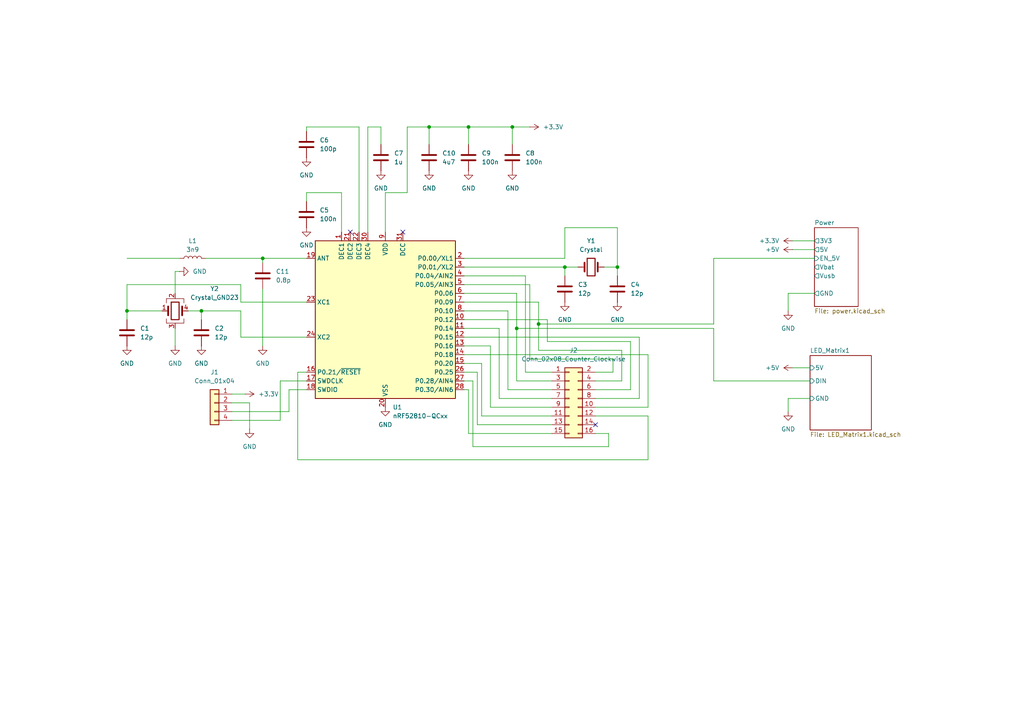
<source format=kicad_sch>
(kicad_sch (version 20250114) (generator "eeschema") (generator_version "9.0")
  (paper "A4")
  (lib_symbols
    (symbol "Conn_02x08_Counter_Clockwise_1" (pin_names (offset 1.016) (hide yes))
      (property "Reference" "J2" (at 1.27 13.97 0))
      (property "Value" "Conn_02x08_Counter_Clockwise" (at 1.27 11.43 0))
      (symbol "Conn_02x08_Counter_Clockwise_1_1_1"
        (rectangle (start -1.27 8.89) (end 3.81 -11.43) (stroke (width 0.254)) (fill (type background)))
        (rectangle (start -1.27 7.747) (end 0 7.493) (stroke (width 0.1524)))
        (rectangle (start -1.27 5.207) (end 0 4.953) (stroke (width 0.1524)))
        (rectangle (start -1.27 2.667) (end 0 2.413) (stroke (width 0.1524)))
        (rectangle (start -1.27 0.127) (end 0 -0.127) (stroke (width 0.1524)))
        (rectangle (start -1.27 -2.413) (end 0 -2.667) (stroke (width 0.1524)))
        (rectangle (start -1.27 -4.953) (end 0 -5.207) (stroke (width 0.1524)))
        (rectangle (start -1.27 -7.493) (end 0 -7.747) (stroke (width 0.1524)))
        (rectangle (start -1.27 -10.033) (end 0 -10.287) (stroke (width 0.1524)))
        (rectangle (start 3.81 7.747) (end 2.54 7.493) (stroke (width 0.1524)))
        (rectangle (start 3.81 5.207) (end 2.54 4.953) (stroke (width 0.1524)))
        (rectangle (start 3.81 2.667) (end 2.54 2.413) (stroke (width 0.1524)))
        (rectangle (start 3.81 0.127) (end 2.54 -0.127) (stroke (width 0.1524)))
        (rectangle (start 3.81 -2.413) (end 2.54 -2.667) (stroke (width 0.1524)))
        (rectangle (start 3.81 -4.953) (end 2.54 -5.207) (stroke (width 0.1524)))
        (rectangle (start 3.81 -7.493) (end 2.54 -7.747) (stroke (width 0.1524)))
        (rectangle (start 3.81 -10.033) (end 2.54 -10.287) (stroke (width 0.1524)))
        (pin passive line (at -5.08 7.62 0) (length 3.81) (name "Pin_1") (number "1"))
        (pin passive line (at -5.08 5.08 0) (length 3.81) (name "Pin_2") (number "3"))
        (pin passive line (at -5.08 2.54 0) (length 3.81) (name "Pin_3") (number "5"))
        (pin passive line (at -5.08 0 0) (length 3.81) (name "Pin_4") (number "7"))
        (pin passive line (at -5.08 -2.54 0) (length 3.81) (name "Pin_5") (number "9"))
        (pin passive line (at -5.08 -5.08 0) (length 3.81) (name "Pin_6") (number "11"))
        (pin passive line (at -5.08 -7.62 0) (length 3.81) (name "Pin_7") (number "13"))
        (pin passive line (at -5.08 -10.16 0) (length 3.81) (name "Pin_8") (number "15"))
        (pin passive line (at 7.62 7.62 180) (length 3.81) (name "Pin_16") (number "2"))
        (pin passive line (at 7.62 5.08 180) (length 3.81) (name "Pin_15") (number "4"))
        (pin passive line (at 7.62 2.54 180) (length 3.81) (name "Pin_14") (number "6"))
        (pin passive line (at 7.62 0 180) (length 3.81) (name "Pin_13") (number "8"))
        (pin passive line (at 7.62 -2.54 180) (length 3.81) (name "Pin_12") (number "10"))
        (pin passive line (at 7.62 -5.08 180) (length 3.81) (name "Pin_11") (number "12"))
        (pin passive line (at 7.62 -7.62 180) (length 3.81) (name "Pin_10") (number "14"))
        (pin passive line (at 7.62 -10.16 180) (length 3.81) (name "16") (number "16"))
      )
    )
    (symbol "Connector_Generic:Conn_01x04" (pin_names (offset 1.016) (hide yes))
      (property "Reference" "J" (at 0 5.08 0))
      (property "Value" "Conn_01x04" (at 0 -7.62 0))
      (symbol "Conn_01x04_1_1"
        (rectangle (start -1.27 3.81) (end 1.27 -6.35) (stroke (width 0.254)) (fill (type background)))
        (rectangle (start -1.27 2.667) (end 0 2.413) (stroke (width 0.1524)))
        (rectangle (start -1.27 0.127) (end 0 -0.127) (stroke (width 0.1524)))
        (rectangle (start -1.27 -2.413) (end 0 -2.667) (stroke (width 0.1524)))
        (rectangle (start -1.27 -4.953) (end 0 -5.207) (stroke (width 0.1524)))
        (pin passive line (at -5.08 2.54 0) (length 3.81) (name "Pin_1") (number "1"))
        (pin passive line (at -5.08 0 0) (length 3.81) (name "Pin_2") (number "2"))
        (pin passive line (at -5.08 -2.54 0) (length 3.81) (name "Pin_3") (number "3"))
        (pin passive line (at -5.08 -5.08 0) (length 3.81) (name "Pin_4") (number "4"))
      )
    )
    (symbol "Device:C" (pin_numbers (hide yes)) (pin_names (offset 0.254))
      (property "Reference" "C" (at 0.635 2.54 0))
      (property "Value" "C" (at 0.635 -2.54 0))
      (symbol "C_0_1"
        (polyline (pts (xy -2.032 0.762) (xy 2.032 0.762)) (stroke (width 0.508)))
        (polyline (pts (xy -2.032 -0.762) (xy 2.032 -0.762)) (stroke (width 0.508)))
      )
      (symbol "C_1_1"
        (pin passive line (at 0 3.81 270) (length 2.794) (name "~") (number "1"))
        (pin passive line (at 0 -3.81 90) (length 2.794) (name "~") (number "2"))
      )
    )
    (symbol "Device:Crystal" (pin_numbers (hide yes)) (pin_names (offset 1.016) (hide yes))
      (property "Reference" "Y" (at 0 3.81 0))
      (property "Value" "Crystal" (at 0 -3.81 0))
      (symbol "Crystal_0_1"
        (polyline (pts (xy -2.54 0) (xy -1.905 0)))
        (polyline (pts (xy -1.905 -1.27) (xy -1.905 1.27)) (stroke (width 0.508)))
        (rectangle (start -1.143 2.54) (end 1.143 -2.54) (stroke (width 0.3048)))
        (polyline (pts (xy 1.905 -1.27) (xy 1.905 1.27)) (stroke (width 0.508)))
        (polyline (pts (xy 2.54 0) (xy 1.905 0)))
      )
      (symbol "Crystal_1_1"
        (pin passive line (at -3.81 0 0) (length 1.27) (name "1") (number "1"))
        (pin passive line (at 3.81 0 180) (length 1.27) (name "2") (number "2"))
      )
    )
    (symbol "Device:Crystal_GND23" (pin_names (offset 1.016) (hide yes))
      (property "Reference" "Y" (at 3.175 5.08 0))
      (property "Value" "Crystal_GND23" (at 3.175 3.175 0))
      (symbol "Crystal_GND23_0_1"
        (polyline (pts (xy -2.54 2.286) (xy -2.54 3.556) (xy 2.54 3.556) (xy 2.54 2.286)))
        (polyline (pts (xy -2.54 0) (xy -2.032 0)))
        (polyline (pts (xy -2.54 -2.286) (xy -2.54 -3.556) (xy 2.54 -3.556) (xy 2.54 -2.286)))
        (polyline (pts (xy -2.032 -1.27) (xy -2.032 1.27)) (stroke (width 0.508)))
        (rectangle (start -1.143 2.54) (end 1.143 -2.54) (stroke (width 0.3048)))
        (polyline (pts (xy 0 3.556) (xy 0 3.81)))
        (polyline (pts (xy 0 -3.81) (xy 0 -3.556)))
        (polyline (pts (xy 2.032 0) (xy 2.54 0)))
        (polyline (pts (xy 2.032 -1.27) (xy 2.032 1.27)) (stroke (width 0.508)))
      )
      (symbol "Crystal_GND23_1_1"
        (pin passive line (at -3.81 0 0) (length 1.27) (name "1") (number "1"))
        (pin passive line (at 0 5.08 270) (length 1.27) (name "2") (number "2"))
        (pin passive line (at 0 -5.08 90) (length 1.27) (name "3") (number "3"))
        (pin passive line (at 3.81 0 180) (length 1.27) (name "4") (number "4"))
      )
    )
    (symbol "Device:L" (pin_numbers (hide yes)) (pin_names (offset 1.016) (hide yes))
      (property "Reference" "L" (at -1.27 0 90))
      (property "Value" "L" (at 1.905 0 90))
      (symbol "L_0_1"
        (arc (start 0 2.54) (mid 0.6323 1.905) (end 0 1.27))
        (arc (start 0 1.27) (mid 0.6323 0.635) (end 0 0))
        (arc (start 0 0) (mid 0.6323 -0.635) (end 0 -1.27))
        (arc (start 0 -1.27) (mid 0.6323 -1.905) (end 0 -2.54))
      )
      (symbol "L_1_1"
        (pin passive line (at 0 3.81 270) (length 1.27) (name "1") (number "1"))
        (pin passive line (at 0 -3.81 90) (length 1.27) (name "2") (number "2"))
      )
    )
    (symbol "MCU_Nordic:nRF52810-QCxx"
      (property "Reference" "U" (at 0 1.27 0))
      (property "Value" "nRF52810-QCxx" (at 0 -1.27 0))
      (symbol "nRF52810-QCxx_0_1"
        (rectangle (start -20.32 22.86) (end 20.32 -22.86) (stroke (width 0.254)) (fill (type background)))
      )
      (symbol "nRF52810-QCxx_1_1"
        (pin passive line (at -22.86 17.78 0) (length 2.54) (name "ANT") (number "19"))
        (pin input line (at -22.86 5.08 0) (length 2.54) (name "XC1") (number "23"))
        (pin input line (at -22.86 -5.08 0) (length 2.54) (name "XC2") (number "24"))
        (pin bidirectional line (at -22.86 -15.24 0) (length 2.54) (name "P0.21/~{RESET}") (number "16"))
        (pin input line (at -22.86 -17.78 0) (length 2.54) (name "SWDCLK") (number "17"))
        (pin bidirectional line (at -22.86 -20.32 0) (length 2.54) (name "SWDIO") (number "18"))
        (pin passive line (at -12.7 25.4 270) (length 2.54) (name "DEC1") (number "1"))
        (pin passive line (at -10.16 25.4 270) (length 2.54) (name "DEC2") (number "21"))
        (pin passive line (at -7.62 25.4 270) (length 2.54) (name "DEC3") (number "22"))
        (pin passive line (at -5.08 25.4 270) (length 2.54) (name "DEC4") (number "30"))
        (pin passive line (at 0 25.4 270) (length 2.54) (hide yes) (name "VDD") (number "25"))
        (pin passive line (at 0 25.4 270) (length 2.54) (hide yes) (name "VDD") (number "32"))
        (pin power_in line (at 0 25.4 270) (length 2.54) (name "VDD") (number "9"))
        (pin power_in line (at 0 -25.4 90) (length 2.54) (name "VSS") (number "20"))
        (pin passive line (at 0 -25.4 90) (length 2.54) (hide yes) (name "VSS") (number "29"))
        (pin passive line (at 0 -25.4 90) (length 2.54) (hide yes) (name "VSS") (number "33"))
        (pin power_out line (at 5.08 25.4 270) (length 2.54) (name "DCC") (number "31"))
        (pin bidirectional line (at 22.86 17.78 180) (length 2.54) (name "P0.00/XL1") (number "2"))
        (pin bidirectional line (at 22.86 15.24 180) (length 2.54) (name "P0.01/XL2") (number "3"))
        (pin bidirectional line (at 22.86 12.7 180) (length 2.54) (name "P0.04/AIN2") (number "4"))
        (pin bidirectional line (at 22.86 10.16 180) (length 2.54) (name "P0.05/AIN3") (number "5"))
        (pin bidirectional line (at 22.86 7.62 180) (length 2.54) (name "P0.06") (number "6"))
        (pin bidirectional line (at 22.86 5.08 180) (length 2.54) (name "P0.09") (number "7"))
        (pin bidirectional line (at 22.86 2.54 180) (length 2.54) (name "P0.10") (number "8"))
        (pin bidirectional line (at 22.86 0 180) (length 2.54) (name "P0.12") (number "10"))
        (pin bidirectional line (at 22.86 -2.54 180) (length 2.54) (name "P0.14") (number "11"))
        (pin bidirectional line (at 22.86 -5.08 180) (length 2.54) (name "P0.15") (number "12"))
        (pin bidirectional line (at 22.86 -7.62 180) (length 2.54) (name "P0.16") (number "13"))
        (pin bidirectional line (at 22.86 -10.16 180) (length 2.54) (name "P0.18") (number "14"))
        (pin bidirectional line (at 22.86 -12.7 180) (length 2.54) (name "P0.20") (number "15"))
        (pin bidirectional line (at 22.86 -15.24 180) (length 2.54) (name "P0.25") (number "26"))
        (pin bidirectional line (at 22.86 -17.78 180) (length 2.54) (name "P0.28/AIN4") (number "27"))
        (pin bidirectional line (at 22.86 -20.32 180) (length 2.54) (name "P0.30/AIN6") (number "28"))
      )
    )
    (symbol "power:+3.3V" (power) (pin_numbers (hide yes)) (pin_names (offset 0) (hide yes))
      (property "Value" "+3.3V" (at 0 3.556 0))
      (symbol "+3.3V_0_1"
        (polyline (pts (xy -0.762 1.27) (xy 0 2.54)))
        (polyline (pts (xy 0 2.54) (xy 0.762 1.27)))
        (polyline (pts (xy 0 0) (xy 0 2.54)))
      )
      (symbol "+3.3V_1_1"
        (pin power_in line (at 0 0 90) (length 0) (name "~") (number "1"))
      )
    )
    (symbol "power:GND" (power) (pin_numbers (hide yes)) (pin_names (offset 0) (hide yes))
      (property "Value" "GND" (at 0 -3.81 0))
      (symbol "GND_0_1"
        (polyline (pts (xy 0 0) (xy 0 -1.27) (xy 1.27 -1.27) (xy 0 -2.54) (xy -1.27 -1.27) (xy 0 -1.27)))
      )
      (symbol "GND_1_1"
        (pin power_in line (at 0 0 270) (length 0) (name "~") (number "1"))
      )
    )
  )
  (junction (at 179.07 77.47))
  (junction (at 135.89 36.83))
  (junction (at 76.2 74.93))
  (junction (at 156.21 93.98))
  (junction (at 58.42 90.17))
  (junction (at 124.46 36.83))
  (junction (at 149.86 95.25))
  (junction (at 36.83 90.17))
  (junction (at 163.83 77.47))
  (junction (at 148.59 36.83))
  (no_connect (at 116.84 67.31))
  (no_connect (at 101.6 67.31))
  (no_connect (at 172.72 123.19))
  (wire (pts (xy 187.96 133.35) (xy 187.96 120.65)))
  (wire (pts (xy 110.49 41.91) (xy 110.49 36.83)))
  (wire (pts (xy 36.83 74.93) (xy 52.07 74.93)))
  (wire (pts (xy 148.59 36.83) (xy 148.59 41.91)))
  (wire (pts (xy 153.67 104.14) (xy 153.67 82.55)))
  (wire (pts (xy 118.11 55.88) (xy 118.11 36.83)))
  (wire (pts (xy 149.86 85.09) (xy 149.86 95.25)))
  (wire (pts (xy 99.06 55.88) (xy 88.9 55.88)))
  (wire (pts (xy 144.78 95.25) (xy 134.62 95.25)))
  (wire (pts (xy 111.76 67.31) (xy 111.76 55.88)))
  (wire (pts (xy 71.12 114.3) (xy 67.31 114.3)))
  (wire (pts (xy 88.9 36.83) (xy 104.14 36.83)))
  (wire (pts (xy 187.96 102.87) (xy 187.96 118.11)))
  (wire (pts (xy 158.75 99.06) (xy 182.88 99.06)))
  (wire (pts (xy 134.62 110.49) (xy 137.16 110.49)))
  (wire (pts (xy 185.42 97.79) (xy 185.42 115.57)))
  (wire (pts (xy 134.62 80.01) (xy 152.4 80.01)))
  (wire (pts (xy 83.82 113.03) (xy 83.82 119.38)))
  (wire (pts (xy 207.01 110.49) (xy 234.95 110.49)))
  (wire (pts (xy 163.83 77.47) (xy 163.83 80.01)))
  (wire (pts (xy 36.83 90.17) (xy 36.83 92.71)))
  (wire (pts (xy 138.43 123.19) (xy 160.02 123.19)))
  (wire (pts (xy 176.53 129.54) (xy 176.53 125.73)))
  (wire (pts (xy 207.01 93.98) (xy 207.01 74.93)))
  (wire (pts (xy 156.21 101.6) (xy 180.34 101.6)))
  (wire (pts (xy 52.07 78.74) (xy 50.8 78.74)))
  (wire (pts (xy 229.87 72.39) (xy 236.22 72.39)))
  (wire (pts (xy 88.9 113.03) (xy 83.82 113.03)))
  (wire (pts (xy 69.85 97.79) (xy 69.85 90.17)))
  (wire (pts (xy 88.9 107.95) (xy 86.36 107.95)))
  (wire (pts (xy 139.7 120.65) (xy 139.7 105.41)))
  (wire (pts (xy 88.9 97.79) (xy 69.85 97.79)))
  (wire (pts (xy 58.42 90.17) (xy 69.85 90.17)))
  (wire (pts (xy 228.6 85.09) (xy 236.22 85.09)))
  (wire (pts (xy 67.31 121.92) (xy 81.28 121.92)))
  (wire (pts (xy 135.89 113.03) (xy 134.62 113.03)))
  (wire (pts (xy 160.02 115.57) (xy 144.78 115.57)))
  (wire (pts (xy 172.72 118.11) (xy 187.96 118.11)))
  (wire (pts (xy 83.82 119.38) (xy 67.31 119.38)))
  (wire (pts (xy 163.83 74.93) (xy 163.83 66.04)))
  (wire (pts (xy 88.9 55.88) (xy 88.9 58.42)))
  (wire (pts (xy 153.67 82.55) (xy 134.62 82.55)))
  (wire (pts (xy 76.2 83.82) (xy 76.2 100.33)))
  (wire (pts (xy 137.16 129.54) (xy 176.53 129.54)))
  (wire (pts (xy 179.07 77.47) (xy 175.26 77.47)))
  (wire (pts (xy 163.83 66.04) (xy 179.07 66.04)))
  (wire (pts (xy 88.9 87.63) (xy 69.85 87.63)))
  (wire (pts (xy 228.6 115.57) (xy 234.95 115.57)))
  (wire (pts (xy 185.42 115.57) (xy 172.72 115.57)))
  (wire (pts (xy 69.85 82.55) (xy 36.83 82.55)))
  (wire (pts (xy 156.21 87.63) (xy 156.21 93.98)))
  (wire (pts (xy 187.96 120.65) (xy 172.72 120.65)))
  (wire (pts (xy 142.24 118.11) (xy 142.24 100.33)))
  (wire (pts (xy 148.59 36.83) (xy 153.67 36.83)))
  (wire (pts (xy 76.2 74.93) (xy 88.9 74.93)))
  (wire (pts (xy 180.34 110.49) (xy 172.72 110.49)))
  (wire (pts (xy 134.62 92.71) (xy 158.75 92.71)))
  (wire (pts (xy 135.89 36.83) (xy 148.59 36.83)))
  (wire (pts (xy 134.62 107.95) (xy 138.43 107.95)))
  (wire (pts (xy 182.88 113.03) (xy 172.72 113.03)))
  (wire (pts (xy 144.78 115.57) (xy 144.78 95.25)))
  (wire (pts (xy 86.36 107.95) (xy 86.36 133.35)))
  (wire (pts (xy 207.01 95.25) (xy 207.01 110.49)))
  (wire (pts (xy 99.06 67.31) (xy 99.06 55.88)))
  (wire (pts (xy 177.8 104.14) (xy 153.67 104.14)))
  (wire (pts (xy 88.9 38.1) (xy 88.9 36.83)))
  (wire (pts (xy 137.16 110.49) (xy 137.16 129.54)))
  (wire (pts (xy 134.62 77.47) (xy 163.83 77.47)))
  (wire (pts (xy 58.42 90.17) (xy 58.42 92.71)))
  (wire (pts (xy 139.7 105.41) (xy 134.62 105.41)))
  (wire (pts (xy 179.07 66.04) (xy 179.07 77.47)))
  (wire (pts (xy 135.89 36.83) (xy 135.89 41.91)))
  (wire (pts (xy 134.62 74.93) (xy 163.83 74.93)))
  (wire (pts (xy 81.28 121.92) (xy 81.28 110.49)))
  (wire (pts (xy 177.8 107.95) (xy 177.8 104.14)))
  (wire (pts (xy 81.28 110.49) (xy 88.9 110.49)))
  (wire (pts (xy 149.86 95.25) (xy 207.01 95.25)))
  (wire (pts (xy 69.85 87.63) (xy 69.85 82.55)))
  (wire (pts (xy 158.75 92.71) (xy 158.75 99.06)))
  (wire (pts (xy 124.46 36.83) (xy 135.89 36.83)))
  (wire (pts (xy 135.89 125.73) (xy 135.89 113.03)))
  (wire (pts (xy 229.87 69.85) (xy 236.22 69.85)))
  (wire (pts (xy 36.83 90.17) (xy 46.99 90.17)))
  (wire (pts (xy 182.88 99.06) (xy 182.88 113.03)))
  (wire (pts (xy 228.6 119.38) (xy 228.6 115.57)))
  (wire (pts (xy 110.49 36.83) (xy 106.68 36.83)))
  (wire (pts (xy 152.4 80.01) (xy 152.4 107.95)))
  (wire (pts (xy 149.86 110.49) (xy 160.02 110.49)))
  (wire (pts (xy 106.68 36.83) (xy 106.68 67.31)))
  (wire (pts (xy 147.32 113.03) (xy 160.02 113.03)))
  (wire (pts (xy 118.11 36.83) (xy 124.46 36.83)))
  (wire (pts (xy 104.14 36.83) (xy 104.14 67.31)))
  (wire (pts (xy 156.21 93.98) (xy 207.01 93.98)))
  (wire (pts (xy 134.62 102.87) (xy 187.96 102.87)))
  (wire (pts (xy 172.72 125.73) (xy 176.53 125.73)))
  (wire (pts (xy 76.2 74.93) (xy 76.2 76.2)))
  (wire (pts (xy 86.36 133.35) (xy 187.96 133.35)))
  (wire (pts (xy 207.01 74.93) (xy 236.22 74.93)))
  (wire (pts (xy 229.87 106.68) (xy 234.95 106.68)))
  (wire (pts (xy 149.86 95.25) (xy 149.86 110.49)))
  (wire (pts (xy 179.07 80.01) (xy 179.07 77.47)))
  (wire (pts (xy 50.8 78.74) (xy 50.8 85.09)))
  (wire (pts (xy 134.62 87.63) (xy 156.21 87.63)))
  (wire (pts (xy 163.83 77.47) (xy 167.64 77.47)))
  (wire (pts (xy 172.72 107.95) (xy 177.8 107.95)))
  (wire (pts (xy 180.34 101.6) (xy 180.34 110.49)))
  (wire (pts (xy 59.69 74.93) (xy 76.2 74.93)))
  (wire (pts (xy 50.8 95.25) (xy 50.8 100.33)))
  (wire (pts (xy 111.76 55.88) (xy 118.11 55.88)))
  (wire (pts (xy 72.39 116.84) (xy 67.31 116.84)))
  (wire (pts (xy 160.02 125.73) (xy 135.89 125.73)))
  (wire (pts (xy 134.62 90.17) (xy 147.32 90.17)))
  (wire (pts (xy 142.24 100.33) (xy 134.62 100.33)))
  (wire (pts (xy 160.02 120.65) (xy 139.7 120.65)))
  (wire (pts (xy 138.43 107.95) (xy 138.43 123.19)))
  (wire (pts (xy 124.46 36.83) (xy 124.46 41.91)))
  (wire (pts (xy 54.61 90.17) (xy 58.42 90.17)))
  (wire (pts (xy 160.02 118.11) (xy 142.24 118.11)))
  (wire (pts (xy 152.4 107.95) (xy 160.02 107.95)))
  (wire (pts (xy 156.21 93.98) (xy 156.21 101.6)))
  (wire (pts (xy 134.62 85.09) (xy 149.86 85.09)))
  (wire (pts (xy 36.83 82.55) (xy 36.83 90.17)))
  (wire (pts (xy 228.6 90.17) (xy 228.6 85.09)))
  (wire (pts (xy 147.32 90.17) (xy 147.32 113.03)))
  (wire (pts (xy 72.39 124.46) (xy 72.39 116.84)))
  (wire (pts (xy 134.62 97.79) (xy 185.42 97.79)))
  (symbol (lib_id "power:+3.3V") (at 229.87 72.39 90) (unit 1)
    (property "Reference" "#PWR0387" (effects (hide yes)))
    (property "Value" "+5V" (at 226.06 72.3899 90) (effects (justify left)))
    (property "Description" "Power symbol creates a global label with name \"+3.3V\"" (effects (hide yes)))
  )
  (symbol (lib_id "power:GND") (at 72.39 124.46 0) (unit 1)
    (property "Reference" "#PWR0351" (effects (hide yes)))
    (property "Value" "GND" (at 72.39 129.54 0))
    (property "Description" "Power symbol creates a global label with name \"GND\" , ground" (effects (hide yes)))
  )
  (symbol (lib_id "power:+3.3V") (at 153.67 36.83 270) (unit 1)
    (property "Reference" "#PWR0352" (effects (hide yes)))
    (property "Value" "+3.3V" (at 157.48 36.8299 90) (effects (justify left)))
    (property "Description" "Power symbol creates a global label with name \"+3.3V\"" (effects (hide yes)))
  )
  (symbol (lib_id "power:GND") (at 58.42 100.33 0) (unit 1)
    (property "Reference" "#PWR0340" (effects (hide yes)))
    (property "Value" "GND" (at 58.42 105.41 0))
    (property "Description" "Power symbol creates a global label with name \"GND\" , ground" (effects (hide yes)))
  )
  (symbol (lib_id "power:GND") (at 52.07 78.74 90) (unit 1)
    (property "Reference" "#PWR0356" (effects (hide yes)))
    (property "Value" "GND" (at 55.88 78.7399 90) (effects (justify right)))
    (property "Description" "Power symbol creates a global label with name \"GND\" , ground" (effects (hide yes)))
  )
  (symbol (lib_id "Device:Crystal") (at 171.45 77.47 0) (unit 1)
    (property "Reference" "Y1" (at 171.45 69.85 0))
    (property "Value" "Crystal" (at 171.45 72.39 0))
    (property "Footprint" "Crystal:Crystal_SMD_3215-2Pin_3.2x1.5mm" (effects (hide yes)))
    (property "Description" "Two pin crystal" (effects (hide yes)))
    (property "LCSC" "C97606" (effects (hide yes)))
  )
  (symbol (lib_id "Device:C") (at 110.49 45.72 0) (unit 1)
    (property "Reference" "C7" (at 114.3 44.4499 0) (effects (justify left)))
    (property "Value" "1u" (at 114.3 46.9899 0) (effects (justify left)))
    (property "Footprint" "Capacitor_SMD:C_0402_1005Metric" (effects (hide yes)))
    (property "Description" "Unpolarized capacitor" (effects (hide yes)))
    (property "LCSC" "C14445" (effects (hide yes)))
  )
  (symbol (lib_id "Device:C") (at 36.83 96.52 0) (unit 1)
    (property "Reference" "C1" (at 40.64 95.2499 0) (effects (justify left)))
    (property "Value" "12p" (at 40.64 97.7899 0) (effects (justify left)))
    (property "Footprint" "Capacitor_SMD:C_0402_1005Metric" (effects (hide yes)))
    (property "Description" "Unpolarized capacitor" (effects (hide yes)))
    (property "LCSC" "C76948" (effects (hide yes)))
  )
  (symbol (lib_id "power:GND") (at 124.46 49.53 0) (unit 1)
    (property "Reference" "#PWR0345" (effects (hide yes)))
    (property "Value" "GND" (at 124.46 54.61 0))
    (property "Description" "Power symbol creates a global label with name \"GND\" , ground" (effects (hide yes)))
  )
  (symbol (lib_id "Device:C") (at 135.89 45.72 0) (unit 1)
    (property "Reference" "C9" (at 139.7 44.4499 0) (effects (justify left)))
    (property "Value" "100n" (at 139.7 46.9899 0) (effects (justify left)))
    (property "Footprint" "Capacitor_SMD:C_0402_1005Metric" (effects (hide yes)))
    (property "Description" "Unpolarized capacitor" (effects (hide yes)))
    (property "LCSC" "C1525" (effects (hide yes)))
  )
  (symbol (lib_id "power:GND") (at 135.89 49.53 0) (unit 1)
    (property "Reference" "#PWR0346" (effects (hide yes)))
    (property "Value" "GND" (at 135.89 54.61 0))
    (property "Description" "Power symbol creates a global label with name \"GND\" , ground" (effects (hide yes)))
  )
  (symbol (lib_id "power:GND") (at 76.2 100.33 0) (unit 1)
    (property "Reference" "#PWR0349" (effects (hide yes)))
    (property "Value" "GND" (at 76.2 105.41 0))
    (property "Description" "Power symbol creates a global label with name \"GND\" , ground" (effects (hide yes)))
  )
  (symbol (lib_id "power:+3.3V") (at 229.87 106.68 90) (unit 1)
    (property "Reference" "#PWR0388" (effects (hide yes)))
    (property "Value" "+5V" (at 226.06 106.6799 90) (effects (justify left)))
    (property "Description" "Power symbol creates a global label with name \"+3.3V\"" (effects (hide yes)))
  )
  (symbol (lib_id "power:GND") (at 111.76 118.11 0) (unit 1)
    (property "Reference" "#PWR0341" (effects (hide yes)))
    (property "Value" "GND" (at 111.76 123.19 0))
    (property "Description" "Power symbol creates a global label with name \"GND\" , ground" (effects (hide yes)))
  )
  (symbol (lib_id "Device:C") (at 163.83 83.82 0) (unit 1)
    (property "Reference" "C3" (at 167.64 82.5499 0) (effects (justify left)))
    (property "Value" "12p" (at 167.64 85.0899 0) (effects (justify left)))
    (property "Footprint" "Capacitor_SMD:C_0402_1005Metric" (effects (hide yes)))
    (property "Description" "Unpolarized capacitor" (effects (hide yes)))
    (property "LCSC" "C76948" (effects (hide yes)))
  )
  (symbol (lib_id "power:GND") (at 50.8 100.33 0) (unit 1)
    (property "Reference" "#PWR0350" (effects (hide yes)))
    (property "Value" "GND" (at 50.8 105.41 0))
    (property "Description" "Power symbol creates a global label with name \"GND\" , ground" (effects (hide yes)))
  )
  (symbol (lib_id "MCU_Nordic:nRF52810-QCxx") (at 111.76 92.71 0) (unit 1)
    (property "Reference" "U1" (at 113.9033 118.11 0) (effects (justify left)))
    (property "Value" "nRF52810-QCxx" (at 113.9033 120.65 0) (effects (justify left)))
    (property "Footprint" "Package_DFN_QFN:QFN-32-1EP_5x5mm_P0.5mm_EP3.6x3.6mm" (effects (hide yes)))
    (property "Datasheet" "http://infocenter.nordicsemi.com/pdf/nRF52810_PS_v1.1.pdf" (effects (hide yes)))
    (property "Description" "Multiprotocol BLE/2.4GHz Cortex-M4 SoC, QFN-32" (effects (hide yes)))
    (property "LCSC" "C519278" (effects (hide yes)))
  )
  (symbol (lib_id "Device:C") (at 88.9 62.23 0) (unit 1)
    (property "Reference" "C5" (at 92.71 60.9599 0) (effects (justify left)))
    (property "Value" "100n" (at 92.71 63.4999 0) (effects (justify left)))
    (property "Footprint" "Capacitor_SMD:C_0402_1005Metric" (effects (hide yes)))
    (property "Description" "Unpolarized capacitor" (effects (hide yes)))
    (property "LCSC" "C1525" (effects (hide yes)))
  )
  (symbol (lib_id "power:+3.3V") (at 71.12 114.3 270) (unit 1)
    (property "Reference" "#PWR0353" (effects (hide yes)))
    (property "Value" "+3.3V" (at 74.93 114.2999 90) (effects (justify left)))
    (property "Description" "Power symbol creates a global label with name \"+3.3V\"" (effects (hide yes)))
  )
  (symbol (lib_id "power:GND") (at 228.6 119.38 0) (unit 1)
    (property "Reference" "#PWR0342" (effects (hide yes)))
    (property "Value" "GND" (at 228.6 124.46 0))
    (property "Description" "Power symbol creates a global label with name \"GND\" , ground" (effects (hide yes)))
  )
  (symbol (lib_id "power:GND") (at 36.83 100.33 0) (unit 1)
    (property "Reference" "#PWR0339" (effects (hide yes)))
    (property "Value" "GND" (at 36.83 105.41 0))
    (property "Description" "Power symbol creates a global label with name \"GND\" , ground" (effects (hide yes)))
  )
  (symbol (lib_id "power:GND") (at 228.6 90.17 0) (unit 1)
    (property "Reference" "#PWR0385" (effects (hide yes)))
    (property "Value" "GND" (at 228.6 95.25 0))
    (property "Description" "Power symbol creates a global label with name \"GND\" , ground" (effects (hide yes)))
  )
  (symbol (lib_name "Conn_02x08_Counter_Clockwise_1") (lib_id "Connector_Generic:Conn_02x08_Counter_Clockwise") (at 165.1 115.57 0) (unit 1)
    (property "Reference" "J2" (at 166.37 101.6 0))
    (property "Value" "Conn_02x08_Counter_Clockwise" (at 166.37 104.14 0))
    (property "Footprint" "Connector_PinHeader_2.54mm:PinHeader_2x08_P2.54mm_Vertical" (effects (hide yes)))
    (property "Description" "Generic connector, double row, 02x08, counter clockwise pin numbering scheme (similar to DIP package numbering), script generated (kicad-library-utils/schlib/autogen/connector/)" (effects (hide yes)))
  )
  (symbol (lib_id "power:GND") (at 148.59 49.53 0) (unit 1)
    (property "Reference" "#PWR0347" (effects (hide yes)))
    (property "Value" "GND" (at 148.59 54.61 0))
    (property "Description" "Power symbol creates a global label with name \"GND\" , ground" (effects (hide yes)))
  )
  (symbol (lib_id "power:GND") (at 110.49 49.53 0) (unit 1)
    (property "Reference" "#PWR0344" (effects (hide yes)))
    (property "Value" "GND" (at 110.49 54.61 0))
    (property "Description" "Power symbol creates a global label with name \"GND\" , ground" (effects (hide yes)))
  )
  (symbol (lib_id "power:GND") (at 88.9 66.04 0) (unit 1)
    (property "Reference" "#PWR0343" (effects (hide yes)))
    (property "Value" "GND" (at 88.9 71.12 0))
    (property "Description" "Power symbol creates a global label with name \"GND\" , ground" (effects (hide yes)))
  )
  (symbol (lib_id "Device:C") (at 76.2 80.01 0) (unit 1)
    (property "Reference" "C11" (at 80.01 78.7399 0) (effects (justify left)))
    (property "Value" "0.8p" (at 80.01 81.2799 0) (effects (justify left)))
    (property "Footprint" "Capacitor_SMD:C_0402_1005Metric" (effects (hide yes)))
    (property "Description" "Unpolarized capacitor" (effects (hide yes)))
    (property "LCSC" "C327032" (effects (hide yes)))
  )
  (symbol (lib_id "power:+3.3V") (at 229.87 69.85 90) (unit 1)
    (property "Reference" "#PWR0386" (effects (hide yes)))
    (property "Value" "+3.3V" (at 226.06 69.8499 90) (effects (justify left)))
    (property "Description" "Power symbol creates a global label with name \"+3.3V\"" (effects (hide yes)))
  )
  (symbol (lib_id "Device:C") (at 58.42 96.52 0) (unit 1)
    (property "Reference" "C2" (at 62.23 95.2499 0) (effects (justify left)))
    (property "Value" "12p" (at 62.23 97.7899 0) (effects (justify left)))
    (property "Footprint" "Capacitor_SMD:C_0402_1005Metric" (effects (hide yes)))
    (property "Description" "Unpolarized capacitor" (effects (hide yes)))
    (property "LCSC" "C76948" (effects (hide yes)))
  )
  (symbol (lib_id "Device:C") (at 88.9 41.91 0) (unit 1)
    (property "Reference" "C6" (at 92.71 40.6399 0) (effects (justify left)))
    (property "Value" "100p" (at 92.71 43.1799 0) (effects (justify left)))
    (property "Footprint" "Capacitor_SMD:C_0402_1005Metric" (effects (hide yes)))
    (property "Description" "Unpolarized capacitor" (effects (hide yes)))
    (property "LCSC" "C26409" (effects (hide yes)))
  )
  (symbol (lib_id "Device:C") (at 179.07 83.82 0) (unit 1)
    (property "Reference" "C4" (at 182.88 82.5499 0) (effects (justify left)))
    (property "Value" "12p" (at 182.88 85.0899 0) (effects (justify left)))
    (property "Footprint" "Capacitor_SMD:C_0402_1005Metric" (effects (hide yes)))
    (property "Description" "Unpolarized capacitor" (effects (hide yes)))
    (property "LCSC" "C76948" (effects (hide yes)))
  )
  (symbol (lib_id "Device:L") (at 55.88 74.93 90) (unit 1)
    (property "Reference" "L1" (at 55.88 69.85 90))
    (property "Value" "3n9" (at 55.88 72.39 90))
    (property "Footprint" "Inductor_SMD:L_0402_1005Metric" (effects (hide yes)))
    (property "Description" "Inductor" (effects (hide yes)))
    (property "LCSC" "C98062" (effects (hide yes)))
  )
  (symbol (lib_id "power:GND") (at 179.07 87.63 0) (unit 1)
    (property "Reference" "#PWR0354" (effects (hide yes)))
    (property "Value" "GND" (at 179.07 92.71 0))
    (property "Description" "Power symbol creates a global label with name \"GND\" , ground" (effects (hide yes)))
  )
  (symbol (lib_id "power:GND") (at 163.83 87.63 0) (unit 1)
    (property "Reference" "#PWR0355" (effects (hide yes)))
    (property "Value" "GND" (at 163.83 92.71 0))
    (property "Description" "Power symbol creates a global label with name \"GND\" , ground" (effects (hide yes)))
  )
  (symbol (lib_id "Device:C") (at 124.46 45.72 0) (unit 1)
    (property "Reference" "C10" (at 128.27 44.4499 0) (effects (justify left)))
    (property "Value" "4u7" (at 128.27 46.9899 0) (effects (justify left)))
    (property "Footprint" "Capacitor_SMD:C_0402_1005Metric" (effects (hide yes)))
    (property "Description" "Unpolarized capacitor" (effects (hide yes)))
    (property "LCSC" "C23733" (effects (hide yes)))
  )
  (symbol (lib_id "Device:Crystal_GND23") (at 50.8 90.17 0) (unit 1)
    (property "Reference" "Y2" (at 62.23 83.7498 0))
    (property "Value" "Crystal_GND23" (at 62.23 86.2898 0))
    (property "Footprint" "Crystal:Crystal_SMD_2016-4Pin_2.0x1.6mm" (effects (hide yes)))
    (property "Description" "Four pin crystal, GND on pins 2 and 3" (effects (hide yes)))
    (property "LCSC" "C2965582" (effects (hide yes)))
  )
  (symbol (lib_id "Device:C") (at 148.59 45.72 0) (unit 1)
    (property "Reference" "C8" (at 152.4 44.4499 0) (effects (justify left)))
    (property "Value" "100n" (at 152.4 46.9899 0) (effects (justify left)))
    (property "Footprint" "Capacitor_SMD:C_0402_1005Metric" (effects (hide yes)))
    (property "Description" "Unpolarized capacitor" (effects (hide yes)))
    (property "LCSC" "C1525" (effects (hide yes)))
  )
  (symbol (lib_id "Connector_Generic:Conn_01x04") (at 62.23 116.84 0) (mirror y) (unit 1)
    (property "Reference" "J1" (at 62.23 107.95 0))
    (property "Value" "Conn_01x04" (at 62.23 110.49 0))
    (property "Footprint" "Connector_PinHeader_2.54mm:PinHeader_1x04_P2.54mm_Horizontal" (effects (hide yes)))
    (property "Description" "Generic connector, single row, 01x04, script generated (kicad-library-utils/schlib/autogen/connector/)" (effects (hide yes)))
    (property "LCSC" "C492412" (effects (hide yes)))
  )
  (symbol (lib_id "power:GND") (at 88.9 45.72 0) (unit 1)
    (property "Reference" "#PWR0348" (effects (hide yes)))
    (property "Value" "GND" (at 88.9 50.8 0))
    (property "Description" "Power symbol creates a global label with name \"GND\" , ground" (effects (hide yes)))
  )
  (sheet (at 234.95 103.124) (size 17.78 21.59) (stroke (width 0.1524))
    (property "Sheetname" "LED_Matrix1" (at 234.95 102.4124 0) (effects (justify left bottom)))
    (property "Sheetfile" "LED_Matrix1.kicad_sch" (at 234.95 125.2986 0) (effects (justify left top)))
    (pin "5V" input (at 234.95 106.68 180))
    (pin "DIN" input (at 234.95 110.49 180))
    (pin "GND" input (at 234.95 115.57 180))
  )
  (sheet (at 236.22 66.04) (size 12.7 22.86) (stroke (width 0.1524))
    (property "Sheetname" "Power" (at 236.22 65.3284 0) (effects (justify left bottom)))
    (property "Sheetfile" "power.kicad_sch" (at 236.22 89.4846 0) (effects (justify left top)))
    (pin "3V3" output (at 236.22 69.85 180))
    (pin "5V" output (at 236.22 72.39 180))
    (pin "EN_5V" input (at 236.22 74.93 180))
    (pin "Vbat" output (at 236.22 77.47 180))
    (pin "Vusb" output (at 236.22 80.01 180))
    (pin "GND" output (at 236.22 85.09 180))
  )
)
</source>
